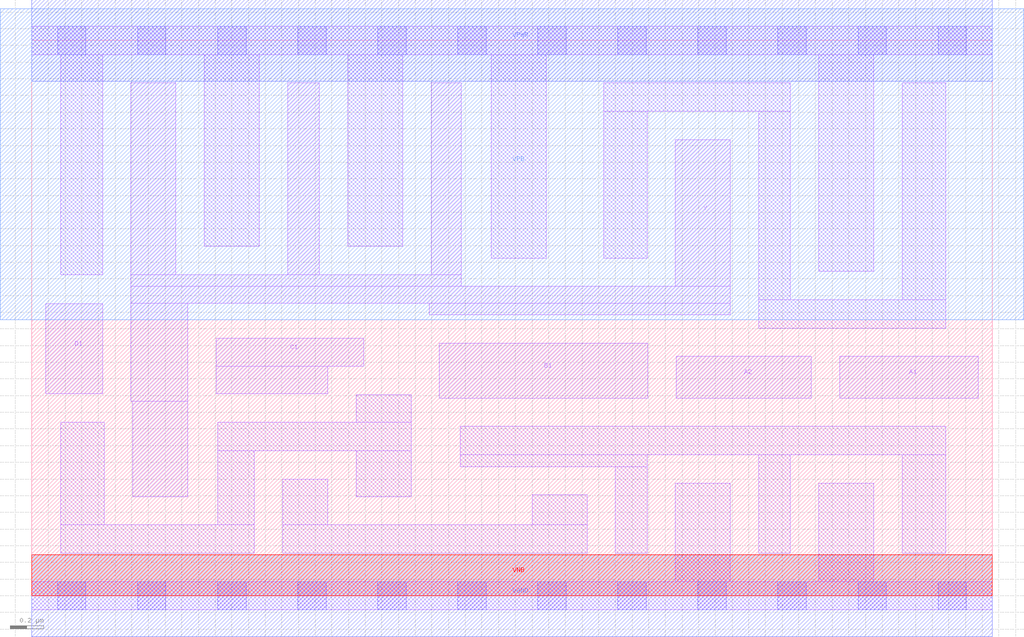
<source format=lef>
# Copyright 2020 The SkyWater PDK Authors
#
# Licensed under the Apache License, Version 2.0 (the "License");
# you may not use this file except in compliance with the License.
# You may obtain a copy of the License at
#
#     https://www.apache.org/licenses/LICENSE-2.0
#
# Unless required by applicable law or agreed to in writing, software
# distributed under the License is distributed on an "AS IS" BASIS,
# WITHOUT WARRANTIES OR CONDITIONS OF ANY KIND, either express or implied.
# See the License for the specific language governing permissions and
# limitations under the License.
#
# SPDX-License-Identifier: Apache-2.0

VERSION 5.7 ;
  NOWIREEXTENSIONATPIN ON ;
  DIVIDERCHAR "/" ;
  BUSBITCHARS "[]" ;
MACRO sky130_fd_sc_lp__o2111ai_2
  CLASS CORE ;
  FOREIGN sky130_fd_sc_lp__o2111ai_2 ;
  ORIGIN  0.000000  0.000000 ;
  SIZE  5.760000 BY  3.330000 ;
  SYMMETRY X Y R90 ;
  SITE unit ;
  PIN A1
    ANTENNAGATEAREA  0.630000 ;
    DIRECTION INPUT ;
    USE SIGNAL ;
    PORT
      LAYER li1 ;
        RECT 4.845000 1.185000 5.675000 1.435000 ;
    END
  END A1
  PIN A2
    ANTENNAGATEAREA  0.630000 ;
    DIRECTION INPUT ;
    USE SIGNAL ;
    PORT
      LAYER li1 ;
        RECT 3.865000 1.185000 4.675000 1.435000 ;
    END
  END A2
  PIN B1
    ANTENNAGATEAREA  0.630000 ;
    DIRECTION INPUT ;
    USE SIGNAL ;
    PORT
      LAYER li1 ;
        RECT 2.445000 1.185000 3.695000 1.515000 ;
    END
  END B1
  PIN C1
    ANTENNAGATEAREA  0.630000 ;
    DIRECTION INPUT ;
    USE SIGNAL ;
    PORT
      LAYER li1 ;
        RECT 1.105000 1.210000 1.775000 1.375000 ;
        RECT 1.105000 1.375000 1.990000 1.545000 ;
    END
  END C1
  PIN D1
    ANTENNAGATEAREA  0.630000 ;
    DIRECTION INPUT ;
    USE SIGNAL ;
    PORT
      LAYER li1 ;
        RECT 0.085000 1.210000 0.425000 1.750000 ;
    END
  END D1
  PIN Y
    ANTENNADIFFAREA  1.646400 ;
    DIRECTION OUTPUT ;
    USE SIGNAL ;
    PORT
      LAYER li1 ;
        RECT 0.595000 1.165000 0.935000 1.755000 ;
        RECT 0.595000 1.755000 4.190000 1.855000 ;
        RECT 0.595000 1.855000 2.575000 1.925000 ;
        RECT 0.595000 1.925000 0.865000 3.075000 ;
        RECT 0.605000 0.595000 0.935000 1.165000 ;
        RECT 1.535000 1.925000 1.725000 3.075000 ;
        RECT 2.385000 1.685000 4.190000 1.755000 ;
        RECT 2.395000 1.925000 2.575000 3.075000 ;
        RECT 3.860000 1.855000 4.190000 2.735000 ;
    END
  END Y
  PIN VGND
    DIRECTION INOUT ;
    USE GROUND ;
    PORT
      LAYER met1 ;
        RECT 0.000000 -0.245000 5.760000 0.245000 ;
    END
  END VGND
  PIN VNB
    DIRECTION INOUT ;
    USE GROUND ;
    PORT
      LAYER pwell ;
        RECT 0.000000 0.000000 5.760000 0.245000 ;
    END
  END VNB
  PIN VPB
    DIRECTION INOUT ;
    USE POWER ;
    PORT
      LAYER nwell ;
        RECT -0.190000 1.655000 5.950000 3.520000 ;
    END
  END VPB
  PIN VPWR
    DIRECTION INOUT ;
    USE POWER ;
    PORT
      LAYER met1 ;
        RECT 0.000000 3.085000 5.760000 3.575000 ;
    END
  END VPWR
  OBS
    LAYER li1 ;
      RECT 0.000000 -0.085000 5.760000 0.085000 ;
      RECT 0.000000  3.245000 5.760000 3.415000 ;
      RECT 0.175000  0.255000 1.335000 0.425000 ;
      RECT 0.175000  0.425000 0.435000 1.040000 ;
      RECT 0.175000  1.925000 0.425000 3.245000 ;
      RECT 1.035000  2.095000 1.365000 3.245000 ;
      RECT 1.115000  0.425000 1.335000 0.870000 ;
      RECT 1.115000  0.870000 2.275000 1.040000 ;
      RECT 1.505000  0.255000 3.330000 0.425000 ;
      RECT 1.505000  0.425000 1.775000 0.700000 ;
      RECT 1.895000  2.095000 2.225000 3.245000 ;
      RECT 1.945000  0.595000 2.275000 0.870000 ;
      RECT 1.945000  1.040000 2.275000 1.205000 ;
      RECT 2.570000  0.775000 3.690000 0.845000 ;
      RECT 2.570000  0.845000 5.480000 1.015000 ;
      RECT 2.755000  2.025000 3.085000 3.245000 ;
      RECT 3.000000  0.425000 3.330000 0.605000 ;
      RECT 3.430000  2.025000 3.690000 2.905000 ;
      RECT 3.430000  2.905000 4.550000 3.075000 ;
      RECT 3.500000  0.255000 3.690000 0.775000 ;
      RECT 3.860000  0.085000 4.190000 0.675000 ;
      RECT 4.360000  0.255000 4.550000 0.845000 ;
      RECT 4.360000  1.605000 5.480000 1.775000 ;
      RECT 4.360000  1.775000 4.550000 2.905000 ;
      RECT 4.720000  0.085000 5.050000 0.675000 ;
      RECT 4.720000  1.945000 5.050000 3.245000 ;
      RECT 5.220000  0.255000 5.480000 0.845000 ;
      RECT 5.220000  1.775000 5.480000 3.075000 ;
    LAYER mcon ;
      RECT 0.155000 -0.085000 0.325000 0.085000 ;
      RECT 0.155000  3.245000 0.325000 3.415000 ;
      RECT 0.635000 -0.085000 0.805000 0.085000 ;
      RECT 0.635000  3.245000 0.805000 3.415000 ;
      RECT 1.115000 -0.085000 1.285000 0.085000 ;
      RECT 1.115000  3.245000 1.285000 3.415000 ;
      RECT 1.595000 -0.085000 1.765000 0.085000 ;
      RECT 1.595000  3.245000 1.765000 3.415000 ;
      RECT 2.075000 -0.085000 2.245000 0.085000 ;
      RECT 2.075000  3.245000 2.245000 3.415000 ;
      RECT 2.555000 -0.085000 2.725000 0.085000 ;
      RECT 2.555000  3.245000 2.725000 3.415000 ;
      RECT 3.035000 -0.085000 3.205000 0.085000 ;
      RECT 3.035000  3.245000 3.205000 3.415000 ;
      RECT 3.515000 -0.085000 3.685000 0.085000 ;
      RECT 3.515000  3.245000 3.685000 3.415000 ;
      RECT 3.995000 -0.085000 4.165000 0.085000 ;
      RECT 3.995000  3.245000 4.165000 3.415000 ;
      RECT 4.475000 -0.085000 4.645000 0.085000 ;
      RECT 4.475000  3.245000 4.645000 3.415000 ;
      RECT 4.955000 -0.085000 5.125000 0.085000 ;
      RECT 4.955000  3.245000 5.125000 3.415000 ;
      RECT 5.435000 -0.085000 5.605000 0.085000 ;
      RECT 5.435000  3.245000 5.605000 3.415000 ;
  END
END sky130_fd_sc_lp__o2111ai_2
END LIBRARY

</source>
